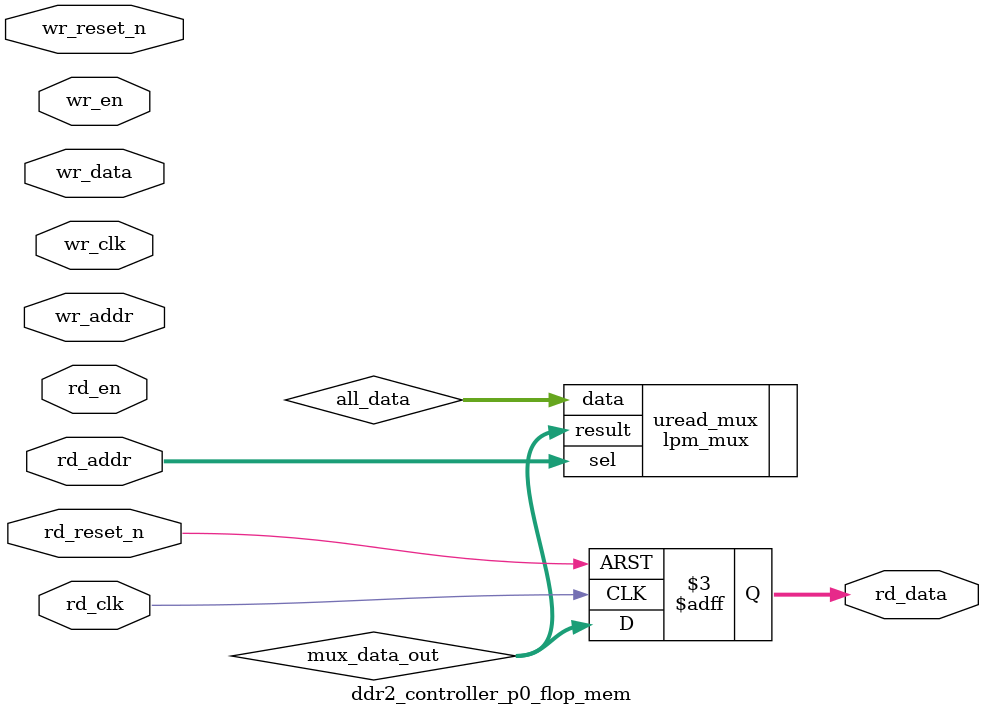
<source format=v>



`timescale 1 ps / 1 ps

(* altera_attribute = "-name ALLOW_SYNCH_CTRL_USAGE ON;-name AUTO_CLOCK_ENABLE_RECOGNITION ON" *)
module ddr2_controller_p0_flop_mem(
	wr_reset_n,
	wr_clk,
	wr_en,
	wr_addr,
	wr_data,
	rd_reset_n,
	rd_clk,
	rd_en,
	rd_addr,
	rd_data
);

parameter WRITE_MEM_DEPTH	= "";
parameter WRITE_ADDR_WIDTH	= "";
parameter WRITE_DATA_WIDTH	= "";
parameter READ_MEM_DEPTH	= "";
parameter READ_ADDR_WIDTH	= "";		 
parameter READ_DATA_WIDTH	= "";


input	wr_reset_n;
input	wr_clk;
input	wr_en;
input	[WRITE_ADDR_WIDTH-1:0] wr_addr;
input	[WRITE_DATA_WIDTH-1:0] wr_data;
input	rd_reset_n;
input	rd_clk;
input	rd_en;
input	[READ_ADDR_WIDTH-1:0] rd_addr;
output	[READ_DATA_WIDTH-1:0] rd_data;



wire	[WRITE_DATA_WIDTH*WRITE_MEM_DEPTH-1:0] all_data;
wire	[READ_DATA_WIDTH-1:0] mux_data_out;



// declare a memory with WRITE_MEM_DEPTH entries
// each entry contains a data size of WRITE_DATA_WIDTH
reg	[WRITE_DATA_WIDTH-1:0] data_stored [0:WRITE_MEM_DEPTH-1] /* synthesis syn_preserve = 1 */;
reg	[READ_DATA_WIDTH-1:0] rd_data;

generate
genvar entry;
	for (entry=0; entry < WRITE_MEM_DEPTH; entry=entry+1)
	begin: mem_location
		assign all_data[(WRITE_DATA_WIDTH*(entry+1)-1) : (WRITE_DATA_WIDTH*entry)] = data_stored[entry]; 
		
		always @(posedge wr_clk or negedge wr_reset_n)
		begin
			if (~wr_reset_n) begin
				data_stored[entry] <= {WRITE_DATA_WIDTH{1'b0}};
			end else begin
				if (wr_en) begin
					if (entry == wr_addr) begin
						data_stored[entry] <= wr_data;
					end
				end
			end
		end		
	end
endgenerate

// mux to select the correct output data based on read address
lpm_mux	uread_mux(
	.sel (rd_addr),
	.data (all_data),
	.result (mux_data_out)
	// synopsys translate_off
	,
	.aclr (),
	.clken (),
	.clock ()
	// synopsys translate_on
	);
 defparam uread_mux.lpm_size = READ_MEM_DEPTH;
 defparam uread_mux.lpm_type = "LPM_MUX";
 defparam uread_mux.lpm_width = READ_DATA_WIDTH;
 defparam uread_mux.lpm_widths = READ_ADDR_WIDTH;

always @(posedge rd_clk or negedge rd_reset_n)	
begin
	if (~rd_reset_n) begin
		rd_data <= {READ_DATA_WIDTH{1'b0}};
	end else begin
		rd_data <= mux_data_out;
	end
end

endmodule

</source>
